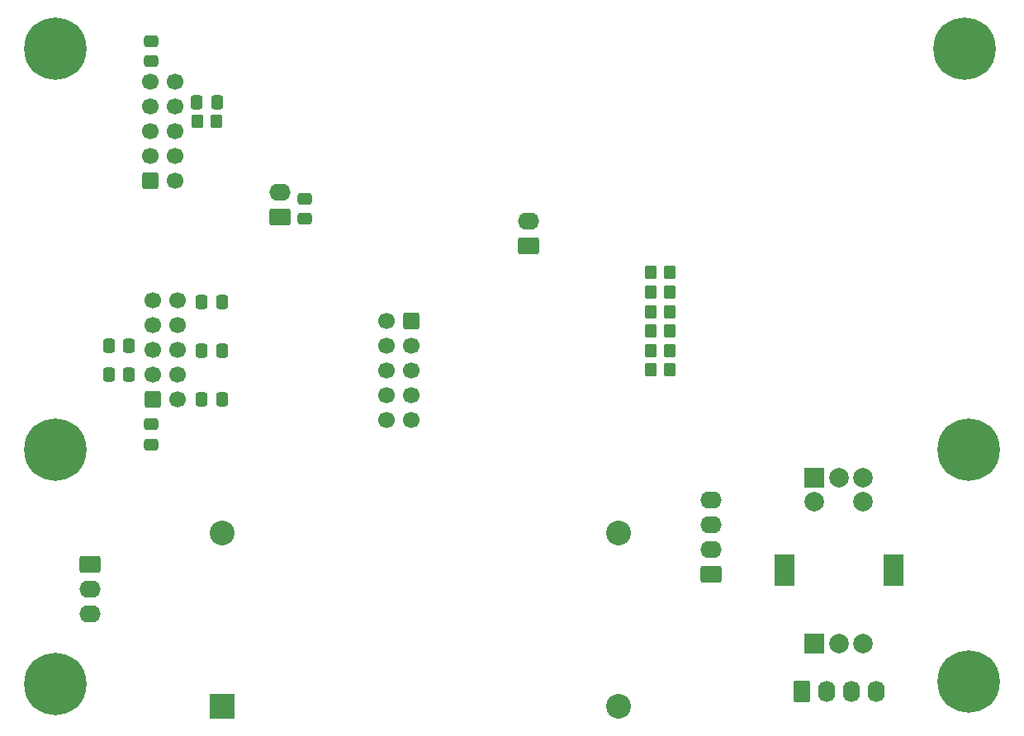
<source format=gbr>
%TF.GenerationSoftware,KiCad,Pcbnew,(6.0.0)*%
%TF.CreationDate,2022-08-08T07:24:01+02:00*%
%TF.ProjectId,K_PA_Protec,4b5f5041-5f50-4726-9f74-65632e6b6963,rev?*%
%TF.SameCoordinates,Original*%
%TF.FileFunction,Soldermask,Top*%
%TF.FilePolarity,Negative*%
%FSLAX46Y46*%
G04 Gerber Fmt 4.6, Leading zero omitted, Abs format (unit mm)*
G04 Created by KiCad (PCBNEW (6.0.0)) date 2022-08-08 07:24:01*
%MOMM*%
%LPD*%
G01*
G04 APERTURE LIST*
G04 Aperture macros list*
%AMRoundRect*
0 Rectangle with rounded corners*
0 $1 Rounding radius*
0 $2 $3 $4 $5 $6 $7 $8 $9 X,Y pos of 4 corners*
0 Add a 4 corners polygon primitive as box body*
4,1,4,$2,$3,$4,$5,$6,$7,$8,$9,$2,$3,0*
0 Add four circle primitives for the rounded corners*
1,1,$1+$1,$2,$3*
1,1,$1+$1,$4,$5*
1,1,$1+$1,$6,$7*
1,1,$1+$1,$8,$9*
0 Add four rect primitives between the rounded corners*
20,1,$1+$1,$2,$3,$4,$5,0*
20,1,$1+$1,$4,$5,$6,$7,0*
20,1,$1+$1,$6,$7,$8,$9,0*
20,1,$1+$1,$8,$9,$2,$3,0*%
G04 Aperture macros list end*
%ADD10RoundRect,0.250000X-0.350000X-0.450000X0.350000X-0.450000X0.350000X0.450000X-0.350000X0.450000X0*%
%ADD11RoundRect,0.250000X0.337500X0.475000X-0.337500X0.475000X-0.337500X-0.475000X0.337500X-0.475000X0*%
%ADD12C,0.800000*%
%ADD13C,6.400000*%
%ADD14RoundRect,0.250000X-0.337500X-0.475000X0.337500X-0.475000X0.337500X0.475000X-0.337500X0.475000X0*%
%ADD15RoundRect,0.250000X0.475000X-0.337500X0.475000X0.337500X-0.475000X0.337500X-0.475000X-0.337500X0*%
%ADD16R,2.000000X2.000000*%
%ADD17C,2.000000*%
%ADD18R,2.000000X3.200000*%
%ADD19RoundRect,0.250000X0.845000X-0.620000X0.845000X0.620000X-0.845000X0.620000X-0.845000X-0.620000X0*%
%ADD20O,2.190000X1.740000*%
%ADD21RoundRect,0.250000X0.600000X0.600000X-0.600000X0.600000X-0.600000X-0.600000X0.600000X-0.600000X0*%
%ADD22C,1.700000*%
%ADD23RoundRect,0.250000X-0.620000X-0.845000X0.620000X-0.845000X0.620000X0.845000X-0.620000X0.845000X0*%
%ADD24O,1.740000X2.190000*%
%ADD25RoundRect,0.250000X-0.845000X0.620000X-0.845000X-0.620000X0.845000X-0.620000X0.845000X0.620000X0*%
%ADD26R,2.540000X2.540000*%
%ADD27C,2.540000*%
%ADD28RoundRect,0.250000X-0.600000X-0.600000X0.600000X-0.600000X0.600000X0.600000X-0.600000X0.600000X0*%
G04 APERTURE END LIST*
D10*
%TO.C,R27*%
X131000000Y-82000000D03*
X133000000Y-82000000D03*
%TD*%
D11*
%TO.C,C22*%
X87037500Y-86000000D03*
X84962500Y-86000000D03*
%TD*%
D12*
%TO.C,J11*%
X68302944Y-53302944D03*
X72400000Y-55000000D03*
X70000000Y-52600000D03*
X71697056Y-53302944D03*
X70000000Y-57400000D03*
X71697056Y-56697056D03*
X68302944Y-56697056D03*
D13*
X70000000Y-55000000D03*
D12*
X67600000Y-55000000D03*
%TD*%
D14*
%TO.C,C21*%
X75462500Y-85500000D03*
X77537500Y-85500000D03*
%TD*%
D15*
%TO.C,C17*%
X95500000Y-72500000D03*
X95500000Y-70425000D03*
%TD*%
D10*
%TO.C,R30*%
X131000000Y-88000000D03*
X133000000Y-88000000D03*
%TD*%
D12*
%TO.C,J10*%
X165297056Y-97897056D03*
X166000000Y-96200000D03*
X163600000Y-98600000D03*
X161200000Y-96200000D03*
X161902944Y-97897056D03*
D13*
X163600000Y-96200000D03*
D12*
X165297056Y-94502944D03*
X163600000Y-93800000D03*
X161902944Y-94502944D03*
%TD*%
D10*
%TO.C,R26*%
X131000000Y-80000000D03*
X133000000Y-80000000D03*
%TD*%
D12*
%TO.C,J9*%
X68302944Y-118502944D03*
X67600000Y-120200000D03*
X70000000Y-117800000D03*
X72400000Y-120200000D03*
X71697056Y-121897056D03*
D13*
X70000000Y-120200000D03*
D12*
X70000000Y-122600000D03*
X71697056Y-118502944D03*
X68302944Y-121897056D03*
%TD*%
D15*
%TO.C,C18*%
X79800000Y-95637500D03*
X79800000Y-93562500D03*
%TD*%
D10*
%TO.C,R10*%
X84500000Y-62500000D03*
X86500000Y-62500000D03*
%TD*%
D12*
%TO.C,J14*%
X163200000Y-52600000D03*
X160800000Y-55000000D03*
X164897056Y-53302944D03*
X164897056Y-56697056D03*
X161502944Y-53302944D03*
X163200000Y-57400000D03*
X161502944Y-56697056D03*
X165600000Y-55000000D03*
D13*
X163200000Y-55000000D03*
%TD*%
D10*
%TO.C,R28*%
X131000000Y-84000000D03*
X133000000Y-84000000D03*
%TD*%
%TO.C,R25*%
X131000000Y-78000000D03*
X133000000Y-78000000D03*
%TD*%
D12*
%TO.C,J12*%
X163600000Y-117600000D03*
D13*
X163600000Y-120000000D03*
D12*
X161902944Y-118302944D03*
X161902944Y-121697056D03*
X166000000Y-120000000D03*
X165297056Y-118302944D03*
X161200000Y-120000000D03*
X165297056Y-121697056D03*
X163600000Y-122400000D03*
%TD*%
D11*
%TO.C,C19*%
X87037500Y-81000000D03*
X84962500Y-81000000D03*
%TD*%
D16*
%TO.C,SW1*%
X147800000Y-99037500D03*
D17*
X152800000Y-99037500D03*
X150300000Y-99037500D03*
D16*
X147800000Y-116037500D03*
D17*
X152800000Y-116037500D03*
X150300000Y-116037500D03*
D18*
X155900000Y-108537500D03*
X144700000Y-108537500D03*
D17*
X152800000Y-101537500D03*
X147800000Y-101537500D03*
%TD*%
D15*
%TO.C,C13*%
X79800000Y-56337500D03*
X79800000Y-54262500D03*
%TD*%
D14*
%TO.C,C23*%
X75462500Y-88500000D03*
X77537500Y-88500000D03*
%TD*%
%TO.C,C14*%
X84462500Y-60500000D03*
X86537500Y-60500000D03*
%TD*%
D12*
%TO.C,J13*%
X71697056Y-94502944D03*
D13*
X70000000Y-96200000D03*
D12*
X67600000Y-96200000D03*
X71697056Y-97897056D03*
X68302944Y-97897056D03*
X70000000Y-93800000D03*
X68302944Y-94502944D03*
X72400000Y-96200000D03*
X70000000Y-98600000D03*
%TD*%
D10*
%TO.C,R29*%
X131000000Y-86000000D03*
X133000000Y-86000000D03*
%TD*%
D11*
%TO.C,C20*%
X87037500Y-91000000D03*
X84962500Y-91000000D03*
%TD*%
D19*
%TO.C,J8*%
X137180000Y-109000000D03*
D20*
X137180000Y-106460000D03*
X137180000Y-103920000D03*
X137180000Y-101380000D03*
%TD*%
D19*
%TO.C,J4*%
X92980000Y-72270000D03*
D20*
X92980000Y-69730000D03*
%TD*%
D21*
%TO.C,J3*%
X106500000Y-83000000D03*
D22*
X103960000Y-83000000D03*
X106500000Y-85540000D03*
X103960000Y-85540000D03*
X106500000Y-88080000D03*
X103960000Y-88080000D03*
X106500000Y-90620000D03*
X103960000Y-90620000D03*
X106500000Y-93160000D03*
X103960000Y-93160000D03*
%TD*%
D23*
%TO.C,J2*%
X146500000Y-121000000D03*
D24*
X149040000Y-121000000D03*
X151580000Y-121000000D03*
X154120000Y-121000000D03*
%TD*%
D25*
%TO.C,J7*%
X73520000Y-107960000D03*
D20*
X73520000Y-110500000D03*
X73520000Y-113040000D03*
%TD*%
D26*
%TO.C,U6*%
X87080000Y-122490000D03*
D27*
X87080000Y-104710000D03*
X127720000Y-104710000D03*
X127720000Y-122490000D03*
%TD*%
D28*
%TO.C,J1*%
X79747500Y-68580000D03*
D22*
X82287500Y-68580000D03*
X79747500Y-66040000D03*
X82287500Y-66040000D03*
X79747500Y-63500000D03*
X82287500Y-63500000D03*
X79747500Y-60960000D03*
X82287500Y-60960000D03*
X79747500Y-58420000D03*
X82287500Y-58420000D03*
%TD*%
D28*
%TO.C,J5*%
X80000000Y-91000000D03*
D22*
X82540000Y-91000000D03*
X80000000Y-88460000D03*
X82540000Y-88460000D03*
X80000000Y-85920000D03*
X82540000Y-85920000D03*
X80000000Y-83380000D03*
X82540000Y-83380000D03*
X80000000Y-80840000D03*
X82540000Y-80840000D03*
%TD*%
D19*
%TO.C,J6*%
X118480000Y-75270000D03*
D20*
X118480000Y-72730000D03*
%TD*%
M02*

</source>
